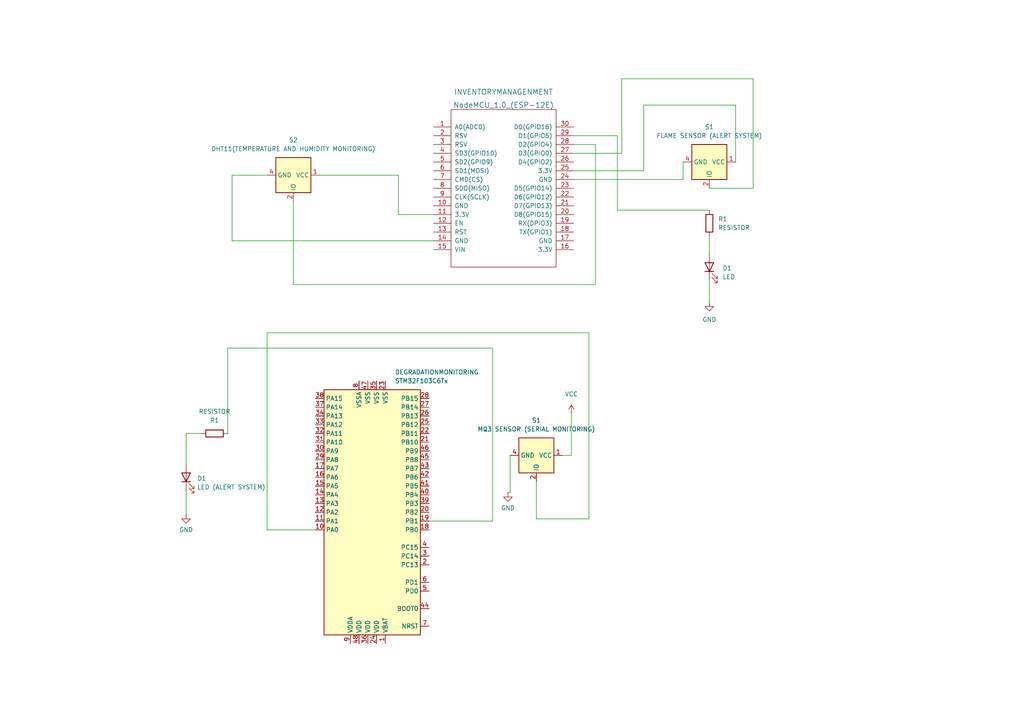
<source format=kicad_sch>
(kicad_sch (version 20211123) (generator eeschema)

  (uuid ea6f78a9-849b-4996-bce8-29261059ea85)

  (paper "A4")

  (lib_symbols
    (symbol "Device:LED" (pin_numbers hide) (pin_names (offset 1.016) hide) (in_bom yes) (on_board yes)
      (property "Reference" "D" (id 0) (at 0 2.54 0)
        (effects (font (size 1.27 1.27)))
      )
      (property "Value" "LED" (id 1) (at 0 -2.54 0)
        (effects (font (size 1.27 1.27)))
      )
      (property "Footprint" "" (id 2) (at 0 0 0)
        (effects (font (size 1.27 1.27)) hide)
      )
      (property "Datasheet" "~" (id 3) (at 0 0 0)
        (effects (font (size 1.27 1.27)) hide)
      )
      (property "ki_keywords" "LED diode" (id 4) (at 0 0 0)
        (effects (font (size 1.27 1.27)) hide)
      )
      (property "ki_description" "Light emitting diode" (id 5) (at 0 0 0)
        (effects (font (size 1.27 1.27)) hide)
      )
      (property "ki_fp_filters" "LED* LED_SMD:* LED_THT:*" (id 6) (at 0 0 0)
        (effects (font (size 1.27 1.27)) hide)
      )
      (symbol "LED_0_1"
        (polyline
          (pts
            (xy -1.27 -1.27)
            (xy -1.27 1.27)
          )
          (stroke (width 0.254) (type default) (color 0 0 0 0))
          (fill (type none))
        )
        (polyline
          (pts
            (xy -1.27 0)
            (xy 1.27 0)
          )
          (stroke (width 0) (type default) (color 0 0 0 0))
          (fill (type none))
        )
        (polyline
          (pts
            (xy 1.27 -1.27)
            (xy 1.27 1.27)
            (xy -1.27 0)
            (xy 1.27 -1.27)
          )
          (stroke (width 0.254) (type default) (color 0 0 0 0))
          (fill (type none))
        )
        (polyline
          (pts
            (xy -3.048 -0.762)
            (xy -4.572 -2.286)
            (xy -3.81 -2.286)
            (xy -4.572 -2.286)
            (xy -4.572 -1.524)
          )
          (stroke (width 0) (type default) (color 0 0 0 0))
          (fill (type none))
        )
        (polyline
          (pts
            (xy -1.778 -0.762)
            (xy -3.302 -2.286)
            (xy -2.54 -2.286)
            (xy -3.302 -2.286)
            (xy -3.302 -1.524)
          )
          (stroke (width 0) (type default) (color 0 0 0 0))
          (fill (type none))
        )
      )
      (symbol "LED_1_1"
        (pin passive line (at -3.81 0 0) (length 2.54)
          (name "K" (effects (font (size 1.27 1.27))))
          (number "1" (effects (font (size 1.27 1.27))))
        )
        (pin passive line (at 3.81 0 180) (length 2.54)
          (name "A" (effects (font (size 1.27 1.27))))
          (number "2" (effects (font (size 1.27 1.27))))
        )
      )
    )
    (symbol "Device:R" (pin_numbers hide) (pin_names (offset 0)) (in_bom yes) (on_board yes)
      (property "Reference" "R" (id 0) (at 2.032 0 90)
        (effects (font (size 1.27 1.27)))
      )
      (property "Value" "R" (id 1) (at 0 0 90)
        (effects (font (size 1.27 1.27)))
      )
      (property "Footprint" "" (id 2) (at -1.778 0 90)
        (effects (font (size 1.27 1.27)) hide)
      )
      (property "Datasheet" "~" (id 3) (at 0 0 0)
        (effects (font (size 1.27 1.27)) hide)
      )
      (property "ki_keywords" "R res resistor" (id 4) (at 0 0 0)
        (effects (font (size 1.27 1.27)) hide)
      )
      (property "ki_description" "Resistor" (id 5) (at 0 0 0)
        (effects (font (size 1.27 1.27)) hide)
      )
      (property "ki_fp_filters" "R_*" (id 6) (at 0 0 0)
        (effects (font (size 1.27 1.27)) hide)
      )
      (symbol "R_0_1"
        (rectangle (start -1.016 -2.54) (end 1.016 2.54)
          (stroke (width 0.254) (type default) (color 0 0 0 0))
          (fill (type none))
        )
      )
      (symbol "R_1_1"
        (pin passive line (at 0 3.81 270) (length 1.27)
          (name "~" (effects (font (size 1.27 1.27))))
          (number "1" (effects (font (size 1.27 1.27))))
        )
        (pin passive line (at 0 -3.81 90) (length 1.27)
          (name "~" (effects (font (size 1.27 1.27))))
          (number "2" (effects (font (size 1.27 1.27))))
        )
      )
    )
    (symbol "ESP8266:NodeMCU_1.0_(ESP-12E)" (pin_names (offset 1.016)) (in_bom yes) (on_board yes)
      (property "Reference" "U" (id 0) (at 0 21.59 0)
        (effects (font (size 1.524 1.524)))
      )
      (property "Value" "NodeMCU_1.0_(ESP-12E)" (id 1) (at 0 -21.59 0)
        (effects (font (size 1.524 1.524)))
      )
      (property "Footprint" "" (id 2) (at -15.24 -21.59 0)
        (effects (font (size 1.524 1.524)))
      )
      (property "Datasheet" "" (id 3) (at -15.24 -21.59 0)
        (effects (font (size 1.524 1.524)))
      )
      (symbol "NodeMCU_1.0_(ESP-12E)_0_1"
        (rectangle (start -15.24 -22.86) (end 15.24 22.86)
          (stroke (width 0) (type default) (color 0 0 0 0))
          (fill (type none))
        )
      )
      (symbol "NodeMCU_1.0_(ESP-12E)_1_1"
        (pin input line (at -20.32 17.78 0) (length 5.08)
          (name "A0(ADC0)" (effects (font (size 1.27 1.27))))
          (number "1" (effects (font (size 1.27 1.27))))
        )
        (pin input line (at -20.32 -5.08 0) (length 5.08)
          (name "GND" (effects (font (size 1.27 1.27))))
          (number "10" (effects (font (size 1.27 1.27))))
        )
        (pin power_out line (at -20.32 -7.62 0) (length 5.08)
          (name "3.3V" (effects (font (size 1.27 1.27))))
          (number "11" (effects (font (size 1.27 1.27))))
        )
        (pin input line (at -20.32 -10.16 0) (length 5.08)
          (name "EN" (effects (font (size 1.27 1.27))))
          (number "12" (effects (font (size 1.27 1.27))))
        )
        (pin input line (at -20.32 -12.7 0) (length 5.08)
          (name "RST" (effects (font (size 1.27 1.27))))
          (number "13" (effects (font (size 1.27 1.27))))
        )
        (pin power_in line (at -20.32 -15.24 0) (length 5.08)
          (name "GND" (effects (font (size 1.27 1.27))))
          (number "14" (effects (font (size 1.27 1.27))))
        )
        (pin power_in line (at -20.32 -17.78 0) (length 5.08)
          (name "VIN" (effects (font (size 1.27 1.27))))
          (number "15" (effects (font (size 1.27 1.27))))
        )
        (pin power_out line (at 20.32 -17.78 180) (length 5.08)
          (name "3.3V" (effects (font (size 1.27 1.27))))
          (number "16" (effects (font (size 1.27 1.27))))
        )
        (pin power_in line (at 20.32 -15.24 180) (length 5.08)
          (name "GND" (effects (font (size 1.27 1.27))))
          (number "17" (effects (font (size 1.27 1.27))))
        )
        (pin bidirectional line (at 20.32 -12.7 180) (length 5.08)
          (name "TX(GPIO1)" (effects (font (size 1.27 1.27))))
          (number "18" (effects (font (size 1.27 1.27))))
        )
        (pin bidirectional line (at 20.32 -10.16 180) (length 5.08)
          (name "RX(DPIO3)" (effects (font (size 1.27 1.27))))
          (number "19" (effects (font (size 1.27 1.27))))
        )
        (pin input line (at -20.32 15.24 0) (length 5.08)
          (name "RSV" (effects (font (size 1.27 1.27))))
          (number "2" (effects (font (size 1.27 1.27))))
        )
        (pin bidirectional line (at 20.32 -7.62 180) (length 5.08)
          (name "D8(GPIO15)" (effects (font (size 1.27 1.27))))
          (number "20" (effects (font (size 1.27 1.27))))
        )
        (pin bidirectional line (at 20.32 -5.08 180) (length 5.08)
          (name "D7(GPIO13)" (effects (font (size 1.27 1.27))))
          (number "21" (effects (font (size 1.27 1.27))))
        )
        (pin bidirectional line (at 20.32 -2.54 180) (length 5.08)
          (name "D6(GPIO12)" (effects (font (size 1.27 1.27))))
          (number "22" (effects (font (size 1.27 1.27))))
        )
        (pin bidirectional line (at 20.32 0 180) (length 5.08)
          (name "D5(GPIO14)" (effects (font (size 1.27 1.27))))
          (number "23" (effects (font (size 1.27 1.27))))
        )
        (pin power_in line (at 20.32 2.54 180) (length 5.08)
          (name "GND" (effects (font (size 1.27 1.27))))
          (number "24" (effects (font (size 1.27 1.27))))
        )
        (pin power_out line (at 20.32 5.08 180) (length 5.08)
          (name "3.3V" (effects (font (size 1.27 1.27))))
          (number "25" (effects (font (size 1.27 1.27))))
        )
        (pin bidirectional line (at 20.32 7.62 180) (length 5.08)
          (name "D4(GPIO2)" (effects (font (size 1.27 1.27))))
          (number "26" (effects (font (size 1.27 1.27))))
        )
        (pin bidirectional line (at 20.32 10.16 180) (length 5.08)
          (name "D3(GPIO0)" (effects (font (size 1.27 1.27))))
          (number "27" (effects (font (size 1.27 1.27))))
        )
        (pin bidirectional line (at 20.32 12.7 180) (length 5.08)
          (name "D2(GPIO4)" (effects (font (size 1.27 1.27))))
          (number "28" (effects (font (size 1.27 1.27))))
        )
        (pin bidirectional line (at 20.32 15.24 180) (length 5.08)
          (name "D1(GPIO5)" (effects (font (size 1.27 1.27))))
          (number "29" (effects (font (size 1.27 1.27))))
        )
        (pin input line (at -20.32 12.7 0) (length 5.08)
          (name "RSV" (effects (font (size 1.27 1.27))))
          (number "3" (effects (font (size 1.27 1.27))))
        )
        (pin bidirectional line (at 20.32 17.78 180) (length 5.08)
          (name "D0(GPIO16)" (effects (font (size 1.27 1.27))))
          (number "30" (effects (font (size 1.27 1.27))))
        )
        (pin bidirectional line (at -20.32 10.16 0) (length 5.08)
          (name "SD3(GPIO10)" (effects (font (size 1.27 1.27))))
          (number "4" (effects (font (size 1.27 1.27))))
        )
        (pin bidirectional line (at -20.32 7.62 0) (length 5.08)
          (name "SD2(GPIO9)" (effects (font (size 1.27 1.27))))
          (number "5" (effects (font (size 1.27 1.27))))
        )
        (pin bidirectional line (at -20.32 5.08 0) (length 5.08)
          (name "SD1(MOSI)" (effects (font (size 1.27 1.27))))
          (number "6" (effects (font (size 1.27 1.27))))
        )
        (pin bidirectional line (at -20.32 2.54 0) (length 5.08)
          (name "CMD(CS)" (effects (font (size 1.27 1.27))))
          (number "7" (effects (font (size 1.27 1.27))))
        )
        (pin bidirectional line (at -20.32 0 0) (length 5.08)
          (name "SDO(MISO)" (effects (font (size 1.27 1.27))))
          (number "8" (effects (font (size 1.27 1.27))))
        )
        (pin bidirectional line (at -20.32 -2.54 0) (length 5.08)
          (name "CLK(SCLK)" (effects (font (size 1.27 1.27))))
          (number "9" (effects (font (size 1.27 1.27))))
        )
      )
    )
    (symbol "MCU_ST_STM32F1:STM32F103C6Tx" (in_bom yes) (on_board yes)
      (property "Reference" "U" (id 0) (at -15.24 36.83 0)
        (effects (font (size 1.27 1.27)) (justify left))
      )
      (property "Value" "STM32F103C6Tx" (id 1) (at 7.62 36.83 0)
        (effects (font (size 1.27 1.27)) (justify left))
      )
      (property "Footprint" "Package_QFP:LQFP-48_7x7mm_P0.5mm" (id 2) (at -15.24 -35.56 0)
        (effects (font (size 1.27 1.27)) (justify right) hide)
      )
      (property "Datasheet" "http://www.st.com/st-web-ui/static/active/en/resource/technical/document/datasheet/CD00210843.pdf" (id 3) (at 0 0 0)
        (effects (font (size 1.27 1.27)) hide)
      )
      (property "ki_keywords" "ARM Cortex-M3 STM32F1 STM32F103" (id 4) (at 0 0 0)
        (effects (font (size 1.27 1.27)) hide)
      )
      (property "ki_description" "ARM Cortex-M3 MCU, 32KB flash, 10KB RAM, 72MHz, 2-3.6V, 37 GPIO, LQFP-48" (id 5) (at 0 0 0)
        (effects (font (size 1.27 1.27)) hide)
      )
      (property "ki_fp_filters" "LQFP*7x7mm*P0.5mm*" (id 6) (at 0 0 0)
        (effects (font (size 1.27 1.27)) hide)
      )
      (symbol "STM32F103C6Tx_0_1"
        (rectangle (start -15.24 -35.56) (end 12.7 35.56)
          (stroke (width 0.254) (type default) (color 0 0 0 0))
          (fill (type background))
        )
      )
      (symbol "STM32F103C6Tx_1_1"
        (pin power_in line (at -5.08 38.1 270) (length 2.54)
          (name "VBAT" (effects (font (size 1.27 1.27))))
          (number "1" (effects (font (size 1.27 1.27))))
        )
        (pin bidirectional line (at 15.24 5.08 180) (length 2.54)
          (name "PA0" (effects (font (size 1.27 1.27))))
          (number "10" (effects (font (size 1.27 1.27))))
        )
        (pin bidirectional line (at 15.24 2.54 180) (length 2.54)
          (name "PA1" (effects (font (size 1.27 1.27))))
          (number "11" (effects (font (size 1.27 1.27))))
        )
        (pin bidirectional line (at 15.24 0 180) (length 2.54)
          (name "PA2" (effects (font (size 1.27 1.27))))
          (number "12" (effects (font (size 1.27 1.27))))
        )
        (pin bidirectional line (at 15.24 -2.54 180) (length 2.54)
          (name "PA3" (effects (font (size 1.27 1.27))))
          (number "13" (effects (font (size 1.27 1.27))))
        )
        (pin bidirectional line (at 15.24 -5.08 180) (length 2.54)
          (name "PA4" (effects (font (size 1.27 1.27))))
          (number "14" (effects (font (size 1.27 1.27))))
        )
        (pin bidirectional line (at 15.24 -7.62 180) (length 2.54)
          (name "PA5" (effects (font (size 1.27 1.27))))
          (number "15" (effects (font (size 1.27 1.27))))
        )
        (pin bidirectional line (at 15.24 -10.16 180) (length 2.54)
          (name "PA6" (effects (font (size 1.27 1.27))))
          (number "16" (effects (font (size 1.27 1.27))))
        )
        (pin bidirectional line (at 15.24 -12.7 180) (length 2.54)
          (name "PA7" (effects (font (size 1.27 1.27))))
          (number "17" (effects (font (size 1.27 1.27))))
        )
        (pin bidirectional line (at -17.78 5.08 0) (length 2.54)
          (name "PB0" (effects (font (size 1.27 1.27))))
          (number "18" (effects (font (size 1.27 1.27))))
        )
        (pin bidirectional line (at -17.78 2.54 0) (length 2.54)
          (name "PB1" (effects (font (size 1.27 1.27))))
          (number "19" (effects (font (size 1.27 1.27))))
        )
        (pin bidirectional line (at -17.78 15.24 0) (length 2.54)
          (name "PC13" (effects (font (size 1.27 1.27))))
          (number "2" (effects (font (size 1.27 1.27))))
        )
        (pin bidirectional line (at -17.78 0 0) (length 2.54)
          (name "PB2" (effects (font (size 1.27 1.27))))
          (number "20" (effects (font (size 1.27 1.27))))
        )
        (pin bidirectional line (at -17.78 -20.32 0) (length 2.54)
          (name "PB10" (effects (font (size 1.27 1.27))))
          (number "21" (effects (font (size 1.27 1.27))))
        )
        (pin bidirectional line (at -17.78 -22.86 0) (length 2.54)
          (name "PB11" (effects (font (size 1.27 1.27))))
          (number "22" (effects (font (size 1.27 1.27))))
        )
        (pin power_in line (at -5.08 -38.1 90) (length 2.54)
          (name "VSS" (effects (font (size 1.27 1.27))))
          (number "23" (effects (font (size 1.27 1.27))))
        )
        (pin power_in line (at -2.54 38.1 270) (length 2.54)
          (name "VDD" (effects (font (size 1.27 1.27))))
          (number "24" (effects (font (size 1.27 1.27))))
        )
        (pin bidirectional line (at -17.78 -25.4 0) (length 2.54)
          (name "PB12" (effects (font (size 1.27 1.27))))
          (number "25" (effects (font (size 1.27 1.27))))
        )
        (pin bidirectional line (at -17.78 -27.94 0) (length 2.54)
          (name "PB13" (effects (font (size 1.27 1.27))))
          (number "26" (effects (font (size 1.27 1.27))))
        )
        (pin bidirectional line (at -17.78 -30.48 0) (length 2.54)
          (name "PB14" (effects (font (size 1.27 1.27))))
          (number "27" (effects (font (size 1.27 1.27))))
        )
        (pin bidirectional line (at -17.78 -33.02 0) (length 2.54)
          (name "PB15" (effects (font (size 1.27 1.27))))
          (number "28" (effects (font (size 1.27 1.27))))
        )
        (pin bidirectional line (at 15.24 -15.24 180) (length 2.54)
          (name "PA8" (effects (font (size 1.27 1.27))))
          (number "29" (effects (font (size 1.27 1.27))))
        )
        (pin bidirectional line (at -17.78 12.7 0) (length 2.54)
          (name "PC14" (effects (font (size 1.27 1.27))))
          (number "3" (effects (font (size 1.27 1.27))))
        )
        (pin bidirectional line (at 15.24 -17.78 180) (length 2.54)
          (name "PA9" (effects (font (size 1.27 1.27))))
          (number "30" (effects (font (size 1.27 1.27))))
        )
        (pin bidirectional line (at 15.24 -20.32 180) (length 2.54)
          (name "PA10" (effects (font (size 1.27 1.27))))
          (number "31" (effects (font (size 1.27 1.27))))
        )
        (pin bidirectional line (at 15.24 -22.86 180) (length 2.54)
          (name "PA11" (effects (font (size 1.27 1.27))))
          (number "32" (effects (font (size 1.27 1.27))))
        )
        (pin bidirectional line (at 15.24 -25.4 180) (length 2.54)
          (name "PA12" (effects (font (size 1.27 1.27))))
          (number "33" (effects (font (size 1.27 1.27))))
        )
        (pin bidirectional line (at 15.24 -27.94 180) (length 2.54)
          (name "PA13" (effects (font (size 1.27 1.27))))
          (number "34" (effects (font (size 1.27 1.27))))
        )
        (pin power_in line (at -2.54 -38.1 90) (length 2.54)
          (name "VSS" (effects (font (size 1.27 1.27))))
          (number "35" (effects (font (size 1.27 1.27))))
        )
        (pin power_in line (at 0 38.1 270) (length 2.54)
          (name "VDD" (effects (font (size 1.27 1.27))))
          (number "36" (effects (font (size 1.27 1.27))))
        )
        (pin bidirectional line (at 15.24 -30.48 180) (length 2.54)
          (name "PA14" (effects (font (size 1.27 1.27))))
          (number "37" (effects (font (size 1.27 1.27))))
        )
        (pin bidirectional line (at 15.24 -33.02 180) (length 2.54)
          (name "PA15" (effects (font (size 1.27 1.27))))
          (number "38" (effects (font (size 1.27 1.27))))
        )
        (pin bidirectional line (at -17.78 -2.54 0) (length 2.54)
          (name "PB3" (effects (font (size 1.27 1.27))))
          (number "39" (effects (font (size 1.27 1.27))))
        )
        (pin bidirectional line (at -17.78 10.16 0) (length 2.54)
          (name "PC15" (effects (font (size 1.27 1.27))))
          (number "4" (effects (font (size 1.27 1.27))))
        )
        (pin bidirectional line (at -17.78 -5.08 0) (length 2.54)
          (name "PB4" (effects (font (size 1.27 1.27))))
          (number "40" (effects (font (size 1.27 1.27))))
        )
        (pin bidirectional line (at -17.78 -7.62 0) (length 2.54)
          (name "PB5" (effects (font (size 1.27 1.27))))
          (number "41" (effects (font (size 1.27 1.27))))
        )
        (pin bidirectional line (at -17.78 -10.16 0) (length 2.54)
          (name "PB6" (effects (font (size 1.27 1.27))))
          (number "42" (effects (font (size 1.27 1.27))))
        )
        (pin bidirectional line (at -17.78 -12.7 0) (length 2.54)
          (name "PB7" (effects (font (size 1.27 1.27))))
          (number "43" (effects (font (size 1.27 1.27))))
        )
        (pin input line (at -17.78 27.94 0) (length 2.54)
          (name "BOOT0" (effects (font (size 1.27 1.27))))
          (number "44" (effects (font (size 1.27 1.27))))
        )
        (pin bidirectional line (at -17.78 -15.24 0) (length 2.54)
          (name "PB8" (effects (font (size 1.27 1.27))))
          (number "45" (effects (font (size 1.27 1.27))))
        )
        (pin bidirectional line (at -17.78 -17.78 0) (length 2.54)
          (name "PB9" (effects (font (size 1.27 1.27))))
          (number "46" (effects (font (size 1.27 1.27))))
        )
        (pin power_in line (at 0 -38.1 90) (length 2.54)
          (name "VSS" (effects (font (size 1.27 1.27))))
          (number "47" (effects (font (size 1.27 1.27))))
        )
        (pin power_in line (at 2.54 38.1 270) (length 2.54)
          (name "VDD" (effects (font (size 1.27 1.27))))
          (number "48" (effects (font (size 1.27 1.27))))
        )
        (pin input line (at -17.78 22.86 0) (length 2.54)
          (name "PD0" (effects (font (size 1.27 1.27))))
          (number "5" (effects (font (size 1.27 1.27))))
        )
        (pin input line (at -17.78 20.32 0) (length 2.54)
          (name "PD1" (effects (font (size 1.27 1.27))))
          (number "6" (effects (font (size 1.27 1.27))))
        )
        (pin input line (at -17.78 33.02 0) (length 2.54)
          (name "NRST" (effects (font (size 1.27 1.27))))
          (number "7" (effects (font (size 1.27 1.27))))
        )
        (pin power_in line (at 2.54 -38.1 90) (length 2.54)
          (name "VSSA" (effects (font (size 1.27 1.27))))
          (number "8" (effects (font (size 1.27 1.27))))
        )
        (pin power_in line (at 5.08 38.1 270) (length 2.54)
          (name "VDDA" (effects (font (size 1.27 1.27))))
          (number "9" (effects (font (size 1.27 1.27))))
        )
      )
    )
    (symbol "Sensor:DHT11" (in_bom yes) (on_board yes)
      (property "Reference" "U" (id 0) (at -3.81 6.35 0)
        (effects (font (size 1.27 1.27)))
      )
      (property "Value" "DHT11" (id 1) (at 3.81 6.35 0)
        (effects (font (size 1.27 1.27)))
      )
      (property "Footprint" "Sensor:Aosong_DHT11_5.5x12.0_P2.54mm" (id 2) (at 0 -10.16 0)
        (effects (font (size 1.27 1.27)) hide)
      )
      (property "Datasheet" "http://akizukidenshi.com/download/ds/aosong/DHT11.pdf" (id 3) (at 3.81 6.35 0)
        (effects (font (size 1.27 1.27)) hide)
      )
      (property "ki_keywords" "Digital temperature humidity sensor" (id 4) (at 0 0 0)
        (effects (font (size 1.27 1.27)) hide)
      )
      (property "ki_description" "Temperature and humidity module" (id 5) (at 0 0 0)
        (effects (font (size 1.27 1.27)) hide)
      )
      (property "ki_fp_filters" "Aosong*DHT11*5.5x12.0*P2.54mm*" (id 6) (at 0 0 0)
        (effects (font (size 1.27 1.27)) hide)
      )
      (symbol "DHT11_0_1"
        (rectangle (start -5.08 5.08) (end 5.08 -5.08)
          (stroke (width 0.254) (type default) (color 0 0 0 0))
          (fill (type background))
        )
      )
      (symbol "DHT11_1_1"
        (pin power_in line (at 0 7.62 270) (length 2.54)
          (name "VCC" (effects (font (size 1.27 1.27))))
          (number "1" (effects (font (size 1.27 1.27))))
        )
        (pin bidirectional line (at 7.62 0 180) (length 2.54)
          (name "IO" (effects (font (size 1.27 1.27))))
          (number "2" (effects (font (size 1.27 1.27))))
        )
        (pin no_connect line (at -5.08 0 0) (length 2.54) hide
          (name "NC" (effects (font (size 1.27 1.27))))
          (number "3" (effects (font (size 1.27 1.27))))
        )
        (pin power_in line (at 0 -7.62 90) (length 2.54)
          (name "GND" (effects (font (size 1.27 1.27))))
          (number "4" (effects (font (size 1.27 1.27))))
        )
      )
    )
    (symbol "power:GND" (power) (pin_names (offset 0)) (in_bom yes) (on_board yes)
      (property "Reference" "#PWR" (id 0) (at 0 -6.35 0)
        (effects (font (size 1.27 1.27)) hide)
      )
      (property "Value" "GND" (id 1) (at 0 -3.81 0)
        (effects (font (size 1.27 1.27)))
      )
      (property "Footprint" "" (id 2) (at 0 0 0)
        (effects (font (size 1.27 1.27)) hide)
      )
      (property "Datasheet" "" (id 3) (at 0 0 0)
        (effects (font (size 1.27 1.27)) hide)
      )
      (property "ki_keywords" "power-flag" (id 4) (at 0 0 0)
        (effects (font (size 1.27 1.27)) hide)
      )
      (property "ki_description" "Power symbol creates a global label with name \"GND\" , ground" (id 5) (at 0 0 0)
        (effects (font (size 1.27 1.27)) hide)
      )
      (symbol "GND_0_1"
        (polyline
          (pts
            (xy 0 0)
            (xy 0 -1.27)
            (xy 1.27 -1.27)
            (xy 0 -2.54)
            (xy -1.27 -1.27)
            (xy 0 -1.27)
          )
          (stroke (width 0) (type default) (color 0 0 0 0))
          (fill (type none))
        )
      )
      (symbol "GND_1_1"
        (pin power_in line (at 0 0 270) (length 0) hide
          (name "GND" (effects (font (size 1.27 1.27))))
          (number "1" (effects (font (size 1.27 1.27))))
        )
      )
    )
    (symbol "power:VCC" (power) (pin_names (offset 0)) (in_bom yes) (on_board yes)
      (property "Reference" "#PWR" (id 0) (at 0 -3.81 0)
        (effects (font (size 1.27 1.27)) hide)
      )
      (property "Value" "VCC" (id 1) (at 0 3.81 0)
        (effects (font (size 1.27 1.27)))
      )
      (property "Footprint" "" (id 2) (at 0 0 0)
        (effects (font (size 1.27 1.27)) hide)
      )
      (property "Datasheet" "" (id 3) (at 0 0 0)
        (effects (font (size 1.27 1.27)) hide)
      )
      (property "ki_keywords" "power-flag" (id 4) (at 0 0 0)
        (effects (font (size 1.27 1.27)) hide)
      )
      (property "ki_description" "Power symbol creates a global label with name \"VCC\"" (id 5) (at 0 0 0)
        (effects (font (size 1.27 1.27)) hide)
      )
      (symbol "VCC_0_1"
        (polyline
          (pts
            (xy -0.762 1.27)
            (xy 0 2.54)
          )
          (stroke (width 0) (type default) (color 0 0 0 0))
          (fill (type none))
        )
        (polyline
          (pts
            (xy 0 0)
            (xy 0 2.54)
          )
          (stroke (width 0) (type default) (color 0 0 0 0))
          (fill (type none))
        )
        (polyline
          (pts
            (xy 0 2.54)
            (xy 0.762 1.27)
          )
          (stroke (width 0) (type default) (color 0 0 0 0))
          (fill (type none))
        )
      )
      (symbol "VCC_1_1"
        (pin power_in line (at 0 0 90) (length 0) hide
          (name "VCC" (effects (font (size 1.27 1.27))))
          (number "1" (effects (font (size 1.27 1.27))))
        )
      )
    )
  )


  (wire (pts (xy 170.815 150.495) (xy 170.815 96.52))
    (stroke (width 0) (type default) (color 0 0 0 0))
    (uuid 00b2f7f3-7a37-454c-a40a-f5855ba5ad06)
  )
  (wire (pts (xy 115.57 50.8) (xy 115.57 62.23))
    (stroke (width 0) (type default) (color 0 0 0 0))
    (uuid 0cdd096f-b5aa-4acd-99e8-7959dca7d047)
  )
  (wire (pts (xy 77.47 50.8) (xy 67.31 50.8))
    (stroke (width 0) (type default) (color 0 0 0 0))
    (uuid 150a7a49-32e5-4a06-b4c0-4bbfadea1abb)
  )
  (wire (pts (xy 53.975 134.62) (xy 53.975 125.73))
    (stroke (width 0) (type default) (color 0 0 0 0))
    (uuid 2200bb3e-e2d9-4e01-9fe4-0be894ca84f0)
  )
  (wire (pts (xy 205.74 81.28) (xy 205.74 87.63))
    (stroke (width 0) (type default) (color 0 0 0 0))
    (uuid 2926e03c-c2d7-40f5-9dd9-360778e21703)
  )
  (wire (pts (xy 53.975 125.73) (xy 58.42 125.73))
    (stroke (width 0) (type default) (color 0 0 0 0))
    (uuid 2a278669-a14e-4d97-8cec-8ecc70772c61)
  )
  (wire (pts (xy 67.31 69.85) (xy 125.73 69.85))
    (stroke (width 0) (type default) (color 0 0 0 0))
    (uuid 41f8e537-d7cd-46a1-bcb1-6208a6b5126d)
  )
  (wire (pts (xy 218.44 22.86) (xy 218.44 54.61))
    (stroke (width 0) (type default) (color 0 0 0 0))
    (uuid 4707a048-2f6f-4344-8fb5-fd6ff571466f)
  )
  (wire (pts (xy 142.875 100.965) (xy 66.04 100.965))
    (stroke (width 0) (type default) (color 0 0 0 0))
    (uuid 4da349ea-2154-4606-ae33-6b2c51bfcc6c)
  )
  (wire (pts (xy 180.34 22.86) (xy 218.44 22.86))
    (stroke (width 0) (type default) (color 0 0 0 0))
    (uuid 535cdbc7-3261-4c15-b567-90fe2a3baac1)
  )
  (wire (pts (xy 124.46 151.13) (xy 142.875 151.13))
    (stroke (width 0) (type default) (color 0 0 0 0))
    (uuid 5fc38999-a732-40fd-ab16-460ed6c25a27)
  )
  (wire (pts (xy 172.72 82.55) (xy 85.09 82.55))
    (stroke (width 0) (type default) (color 0 0 0 0))
    (uuid 6c7af04a-ec4a-4d51-9029-a6e3609b9840)
  )
  (wire (pts (xy 147.955 132.08) (xy 147.955 142.875))
    (stroke (width 0) (type default) (color 0 0 0 0))
    (uuid 6cb69484-b6c9-4f3d-9053-d53bda17366b)
  )
  (wire (pts (xy 92.71 50.8) (xy 115.57 50.8))
    (stroke (width 0) (type default) (color 0 0 0 0))
    (uuid 6d64d57c-d515-49d9-b690-3382ba814670)
  )
  (wire (pts (xy 155.575 150.495) (xy 170.815 150.495))
    (stroke (width 0) (type default) (color 0 0 0 0))
    (uuid 6db91f00-55ce-4263-8951-b83211dff2ce)
  )
  (wire (pts (xy 166.37 44.45) (xy 180.34 44.45))
    (stroke (width 0) (type default) (color 0 0 0 0))
    (uuid 711c583b-050b-473a-a536-00367745543e)
  )
  (wire (pts (xy 205.74 68.58) (xy 205.74 73.66))
    (stroke (width 0) (type default) (color 0 0 0 0))
    (uuid 761b7230-ac3c-4968-a44d-59ffc166f331)
  )
  (wire (pts (xy 77.47 96.52) (xy 77.47 153.67))
    (stroke (width 0) (type default) (color 0 0 0 0))
    (uuid 7a305ad1-8353-4ac5-9bde-0c5d0b073499)
  )
  (wire (pts (xy 170.815 96.52) (xy 77.47 96.52))
    (stroke (width 0) (type default) (color 0 0 0 0))
    (uuid 7a8edaf4-899c-4e3d-ac3e-808c66279eb9)
  )
  (wire (pts (xy 165.735 132.08) (xy 165.735 120.015))
    (stroke (width 0) (type default) (color 0 0 0 0))
    (uuid 7d741c70-c790-4b96-b791-07154643f101)
  )
  (wire (pts (xy 85.09 82.55) (xy 85.09 58.42))
    (stroke (width 0) (type default) (color 0 0 0 0))
    (uuid 85080175-7fde-4bd5-913e-55dd15021b3a)
  )
  (wire (pts (xy 186.69 30.48) (xy 213.36 30.48))
    (stroke (width 0) (type default) (color 0 0 0 0))
    (uuid 87284276-48df-4565-8b04-9113d0394c18)
  )
  (wire (pts (xy 180.34 44.45) (xy 180.34 22.86))
    (stroke (width 0) (type default) (color 0 0 0 0))
    (uuid 891630b1-f732-4ddb-b16b-fbe3ca98747c)
  )
  (wire (pts (xy 67.31 50.8) (xy 67.31 69.85))
    (stroke (width 0) (type default) (color 0 0 0 0))
    (uuid 8a05a976-69ba-46dc-944d-9a2776e15216)
  )
  (wire (pts (xy 166.37 52.07) (xy 198.12 52.07))
    (stroke (width 0) (type default) (color 0 0 0 0))
    (uuid 8e57f1a1-c295-45fc-b352-e5ebaca337a1)
  )
  (wire (pts (xy 147.955 142.875) (xy 147.32 142.875))
    (stroke (width 0) (type default) (color 0 0 0 0))
    (uuid 9139a773-3c70-4226-8ca7-fc7cd9e97414)
  )
  (wire (pts (xy 218.44 54.61) (xy 205.74 54.61))
    (stroke (width 0) (type default) (color 0 0 0 0))
    (uuid 9fc3a256-8074-496b-b206-7942634de039)
  )
  (wire (pts (xy 172.72 41.91) (xy 172.72 82.55))
    (stroke (width 0) (type default) (color 0 0 0 0))
    (uuid ae799e66-fcb5-4866-9504-01d8ef9b2102)
  )
  (wire (pts (xy 77.47 153.67) (xy 91.44 153.67))
    (stroke (width 0) (type default) (color 0 0 0 0))
    (uuid ae941fe0-6589-4229-b6bc-c66a3118f81e)
  )
  (wire (pts (xy 163.195 132.08) (xy 165.735 132.08))
    (stroke (width 0) (type default) (color 0 0 0 0))
    (uuid ae9994b1-749b-45cc-9cd4-5a9cd56dfa9e)
  )
  (wire (pts (xy 198.12 46.99) (xy 198.12 52.07))
    (stroke (width 0) (type default) (color 0 0 0 0))
    (uuid af1b54c4-f52a-4bfd-98e9-f0141120feb2)
  )
  (wire (pts (xy 53.975 142.24) (xy 53.975 149.225))
    (stroke (width 0) (type default) (color 0 0 0 0))
    (uuid b265d6f9-1698-4f8f-a5b9-2c31ffbbbce6)
  )
  (wire (pts (xy 186.69 49.53) (xy 186.69 30.48))
    (stroke (width 0) (type default) (color 0 0 0 0))
    (uuid bb1a3e94-dfad-4e21-a9a8-8b1dc1e04fd0)
  )
  (wire (pts (xy 179.07 39.37) (xy 179.07 60.96))
    (stroke (width 0) (type default) (color 0 0 0 0))
    (uuid c07c97b6-d311-495c-9f6e-231b2451a37b)
  )
  (wire (pts (xy 213.36 30.48) (xy 213.36 46.99))
    (stroke (width 0) (type default) (color 0 0 0 0))
    (uuid c0fba9b2-f5b6-4b1c-ae00-a00e73d3f3d4)
  )
  (wire (pts (xy 166.37 39.37) (xy 179.07 39.37))
    (stroke (width 0) (type default) (color 0 0 0 0))
    (uuid c51baef7-3655-4e2d-9861-e5d8558d229f)
  )
  (wire (pts (xy 155.575 139.7) (xy 155.575 150.495))
    (stroke (width 0) (type default) (color 0 0 0 0))
    (uuid d3286918-9c24-4e19-861a-5a8e7173beba)
  )
  (wire (pts (xy 115.57 62.23) (xy 125.73 62.23))
    (stroke (width 0) (type default) (color 0 0 0 0))
    (uuid d8e6b2b3-bdae-480f-8d0f-2a8993a0ea91)
  )
  (wire (pts (xy 142.875 151.13) (xy 142.875 100.965))
    (stroke (width 0) (type default) (color 0 0 0 0))
    (uuid d9450b9a-1b59-461d-bd15-968ce68e2f35)
  )
  (wire (pts (xy 166.37 41.91) (xy 172.72 41.91))
    (stroke (width 0) (type default) (color 0 0 0 0))
    (uuid df8b709c-0144-4ce0-8216-2ef9ce5e13fc)
  )
  (wire (pts (xy 179.07 60.96) (xy 205.74 60.96))
    (stroke (width 0) (type default) (color 0 0 0 0))
    (uuid e569fe94-448d-41e5-a81e-638cb537f358)
  )
  (wire (pts (xy 66.04 100.965) (xy 66.04 125.73))
    (stroke (width 0) (type default) (color 0 0 0 0))
    (uuid f3ef8b6d-d53f-4e6f-91e4-6e132c0cede3)
  )
  (wire (pts (xy 166.37 49.53) (xy 186.69 49.53))
    (stroke (width 0) (type default) (color 0 0 0 0))
    (uuid ff60f31e-df24-4ced-85c7-e2b95f14a58c)
  )

  (symbol (lib_id "ESP8266:NodeMCU_1.0_(ESP-12E)") (at 146.05 54.61 0) (unit 1)
    (in_bom yes) (on_board yes) (fields_autoplaced)
    (uuid 09b83aec-7c76-429e-9122-d0fd65c0eb61)
    (property "Reference" "INVENTORYMANAGENMENT" (id 0) (at 146.05 26.67 0)
      (effects (font (size 1.524 1.524)))
    )
    (property "Value" "NodeMCU_1.0_(ESP-12E)" (id 1) (at 146.05 30.48 0)
      (effects (font (size 1.524 1.524)))
    )
    (property "Footprint" "" (id 2) (at 130.81 76.2 0)
      (effects (font (size 1.524 1.524)))
    )
    (property "Datasheet" "" (id 3) (at 130.81 76.2 0)
      (effects (font (size 1.524 1.524)))
    )
    (pin "1" (uuid 19116043-032e-46fc-bf3d-0a75e62e3a2d))
    (pin "10" (uuid 313cfc35-bd72-4842-b1c5-cb3e671a451c))
    (pin "11" (uuid 4eac881d-e118-438c-9211-d2e23bf61aca))
    (pin "12" (uuid 1d34a031-ef2f-4784-8a4d-b09e08a72dd5))
    (pin "13" (uuid b4d22a8f-c081-42e0-87be-a4c6d75350a5))
    (pin "14" (uuid 164db535-6e44-4c40-aedc-0a34862bdc5d))
    (pin "15" (uuid 08758e5b-b39d-422d-ab3f-40ae3ae48996))
    (pin "16" (uuid febdd2d2-9698-4c7b-90d6-b67421a27764))
    (pin "17" (uuid 9ced4128-ea75-405b-830a-2ff4b0f099bd))
    (pin "18" (uuid cd9089ef-8cfc-4246-819a-4e5e19dd74de))
    (pin "19" (uuid dbbbe295-53ba-47c7-94be-99ab2f8f68f7))
    (pin "2" (uuid df08d4fd-cc80-4319-837c-6f7528ed47e8))
    (pin "20" (uuid 666ebcf0-c2a1-4e64-ace4-51f5e9389620))
    (pin "21" (uuid a605d620-45d2-4eba-9a5c-4281ce555d18))
    (pin "22" (uuid bcc27626-8367-46f1-a727-3d79d4630abf))
    (pin "23" (uuid 8e365cda-701e-46ca-aefe-e83da437b5da))
    (pin "24" (uuid 84471e69-0966-4fc0-8771-234eb6d46cb1))
    (pin "25" (uuid fd512a7e-8a70-4219-ad2b-1949ce5ebace))
    (pin "26" (uuid 68d94d1f-cced-4477-8153-bfc745c610d6))
    (pin "27" (uuid 1252086c-8f6e-47a1-8083-0581e58f5a9e))
    (pin "28" (uuid a711e665-685f-446e-a396-920784344b89))
    (pin "29" (uuid b36bb57c-47e1-471d-8668-c46673649420))
    (pin "3" (uuid e370abc2-6b02-4c00-8223-2e49de57ec9a))
    (pin "30" (uuid 05aac0a6-2a2a-4026-88d1-635a596af2b4))
    (pin "4" (uuid 9f914eb0-db57-400b-bd7c-5157bee6e3a0))
    (pin "5" (uuid cdf82bb2-986f-4fc4-87ed-c4a839e3dd79))
    (pin "6" (uuid d10b689f-36ad-474d-bb1f-d3eb586b0a37))
    (pin "7" (uuid d92a7587-5e83-41a6-929a-7aae45bab817))
    (pin "8" (uuid 97007fe4-c187-4f2c-a2de-95d96a46aacf))
    (pin "9" (uuid a4e620ec-ca4c-4a83-8337-568d748b833d))
  )

  (symbol (lib_id "power:GND") (at 205.74 87.63 0) (unit 1)
    (in_bom yes) (on_board yes) (fields_autoplaced)
    (uuid 0e360c54-dedc-40b9-9912-b6bc0095ff3e)
    (property "Reference" "#PWR?" (id 0) (at 205.74 93.98 0)
      (effects (font (size 1.27 1.27)) hide)
    )
    (property "Value" "GND" (id 1) (at 205.74 92.71 0))
    (property "Footprint" "" (id 2) (at 205.74 87.63 0)
      (effects (font (size 1.27 1.27)) hide)
    )
    (property "Datasheet" "" (id 3) (at 205.74 87.63 0)
      (effects (font (size 1.27 1.27)) hide)
    )
    (pin "1" (uuid 2a63e054-6c04-4201-874d-61ea3eeff2a5))
  )

  (symbol (lib_id "Sensor:DHT11") (at 205.74 46.99 270) (unit 1)
    (in_bom yes) (on_board yes) (fields_autoplaced)
    (uuid 3044d767-f3a1-4abe-a9b4-4d5d05bbd719)
    (property "Reference" "S1" (id 0) (at 205.74 36.83 90))
    (property "Value" "FLAME SENSOR (ALERT SYSTEM)" (id 1) (at 205.74 39.37 90))
    (property "Footprint" "Sensor:Aosong_DHT11_5.5x12.0_P2.54mm" (id 2) (at 195.58 46.99 0)
      (effects (font (size 1.27 1.27)) hide)
    )
    (property "Datasheet" "http://akizukidenshi.com/download/ds/aosong/DHT11.pdf" (id 3) (at 212.09 50.8 0)
      (effects (font (size 1.27 1.27)) hide)
    )
    (pin "1" (uuid debac4f2-8841-4cb2-96b2-b2af6a6ac5ee))
    (pin "2" (uuid 7c43a76e-e421-4909-a211-c60287c7878a))
    (pin "3" (uuid b7a503ca-1770-4165-9794-cee109d3d2cb))
    (pin "4" (uuid 39b8321c-adfd-408f-8a5c-ed60cdc663fe))
  )

  (symbol (lib_id "Sensor:DHT11") (at 155.575 132.08 270) (unit 1)
    (in_bom yes) (on_board yes) (fields_autoplaced)
    (uuid 464de4ba-912f-491d-b674-6b7f54afbae9)
    (property "Reference" "S1" (id 0) (at 155.575 121.92 90))
    (property "Value" "MQ3 SENSOR (SERIAL MONITORING)" (id 1) (at 155.575 124.46 90))
    (property "Footprint" "Sensor:Aosong_DHT11_5.5x12.0_P2.54mm" (id 2) (at 145.415 132.08 0)
      (effects (font (size 1.27 1.27)) hide)
    )
    (property "Datasheet" "http://akizukidenshi.com/download/ds/aosong/DHT11.pdf" (id 3) (at 161.925 135.89 0)
      (effects (font (size 1.27 1.27)) hide)
    )
    (pin "1" (uuid 20f038d7-37d3-47c5-8e04-7c812d05b314))
    (pin "2" (uuid 5598b6ea-7a3e-48aa-a9b2-78a41ecf86a7))
    (pin "3" (uuid aa10f9a3-0e56-4eae-bd76-5185b8f70297))
    (pin "4" (uuid e3d30214-0a79-4eae-9c2f-4520987d2e74))
  )

  (symbol (lib_id "Device:LED") (at 53.975 138.43 90) (unit 1)
    (in_bom yes) (on_board yes) (fields_autoplaced)
    (uuid 496e41cf-1d74-4a40-bbb3-4ffe4c912d76)
    (property "Reference" "D1" (id 0) (at 57.15 138.7474 90)
      (effects (font (size 1.27 1.27)) (justify right))
    )
    (property "Value" "LED (ALERT SYSTEM)" (id 1) (at 57.15 141.2874 90)
      (effects (font (size 1.27 1.27)) (justify right))
    )
    (property "Footprint" "" (id 2) (at 53.975 138.43 0)
      (effects (font (size 1.27 1.27)) hide)
    )
    (property "Datasheet" "~" (id 3) (at 53.975 138.43 0)
      (effects (font (size 1.27 1.27)) hide)
    )
    (pin "1" (uuid 269503aa-af00-4e0f-827c-9cb756ed5bbe))
    (pin "2" (uuid 5ee37938-8d69-4e31-bc2c-9f03aa459fbc))
  )

  (symbol (lib_id "Device:LED") (at 205.74 77.47 90) (unit 1)
    (in_bom yes) (on_board yes) (fields_autoplaced)
    (uuid 578f6129-a13f-4320-8435-80c671693b9a)
    (property "Reference" "D1" (id 0) (at 209.55 77.7874 90)
      (effects (font (size 1.27 1.27)) (justify right))
    )
    (property "Value" "LED" (id 1) (at 209.55 80.3274 90)
      (effects (font (size 1.27 1.27)) (justify right))
    )
    (property "Footprint" "" (id 2) (at 205.74 77.47 0)
      (effects (font (size 1.27 1.27)) hide)
    )
    (property "Datasheet" "~" (id 3) (at 205.74 77.47 0)
      (effects (font (size 1.27 1.27)) hide)
    )
    (pin "1" (uuid 4449caff-766d-4551-a31d-aee537143282))
    (pin "2" (uuid 68dedfbf-49c1-4de5-aa5e-def686f053c9))
  )

  (symbol (lib_id "Device:R") (at 62.23 125.73 90) (unit 1)
    (in_bom yes) (on_board yes) (fields_autoplaced)
    (uuid 5a874eb7-2f33-4c2d-8577-71f89139a24b)
    (property "Reference" "RESISTOR" (id 0) (at 62.23 119.38 90))
    (property "Value" "R1" (id 1) (at 62.23 121.92 90))
    (property "Footprint" "" (id 2) (at 62.23 127.508 90)
      (effects (font (size 1.27 1.27)) hide)
    )
    (property "Datasheet" "~" (id 3) (at 62.23 125.73 0)
      (effects (font (size 1.27 1.27)) hide)
    )
    (pin "1" (uuid 336f5818-edd0-46f4-bcac-308e06d0f88f))
    (pin "2" (uuid 5b7c6474-bed8-42f6-9b96-5f1edb7ef079))
  )

  (symbol (lib_id "MCU_ST_STM32F1:STM32F103C6Tx") (at 106.68 148.59 180) (unit 1)
    (in_bom yes) (on_board yes) (fields_autoplaced)
    (uuid 6b178678-d32f-40e9-b74e-7d0c0e94f703)
    (property "Reference" "DEGRADATIONMONITORING" (id 0) (at 114.5287 107.95 0)
      (effects (font (size 1.27 1.27)) (justify right))
    )
    (property "Value" "STM32F103C6Tx" (id 1) (at 114.5287 110.49 0)
      (effects (font (size 1.27 1.27)) (justify right))
    )
    (property "Footprint" "Package_QFP:LQFP-48_7x7mm_P0.5mm" (id 2) (at 121.92 113.03 0)
      (effects (font (size 1.27 1.27)) (justify right) hide)
    )
    (property "Datasheet" "http://www.st.com/st-web-ui/static/active/en/resource/technical/document/datasheet/CD00210843.pdf" (id 3) (at 106.68 148.59 0)
      (effects (font (size 1.27 1.27)) hide)
    )
    (pin "1" (uuid 6cfd9933-8dc6-4ea3-adec-68b4dea1a5c1))
    (pin "10" (uuid 959a6188-a1c9-40b7-b539-394619094977))
    (pin "11" (uuid a300caa9-8fef-4642-98af-13ab241bc10c))
    (pin "12" (uuid 7fcc4033-9e72-4ae3-b593-b23b7628646e))
    (pin "13" (uuid 98cba7bf-afd5-4c98-bc46-f0cd4a5c58bd))
    (pin "14" (uuid 4dab14e7-4887-4d52-ac16-2939f70b9410))
    (pin "15" (uuid 20fc0075-188e-4ef2-bc13-c146ff5dfd5e))
    (pin "16" (uuid 0f9f87d3-e2ca-4854-8e14-89d8811e98d3))
    (pin "17" (uuid 2c3e7b4c-007f-408d-a6c9-7efd8d4530b3))
    (pin "18" (uuid 286cb61d-88f3-4722-8bc8-37e85e84afac))
    (pin "19" (uuid 87b2c01f-60c6-49f5-8e4e-87dd754725e2))
    (pin "2" (uuid 68f68716-3705-4873-921b-5608e287150c))
    (pin "20" (uuid 929b34d9-c715-47d4-b56c-fa4882a62277))
    (pin "21" (uuid b489cfce-782f-4dd0-8cd3-3367d5034cbf))
    (pin "22" (uuid 94660e24-2a87-4f82-ae30-1ce3c45f68fe))
    (pin "23" (uuid 804fe9a0-efe4-444d-bd07-b8150b82775d))
    (pin "24" (uuid e4680df7-e154-4a22-b8bb-42042125573c))
    (pin "25" (uuid 703deeb6-f886-445b-8c64-ae03d8c4631c))
    (pin "26" (uuid cfafff48-23cf-40f1-9958-3fc1985e4aea))
    (pin "27" (uuid ef334e22-1b94-4700-844f-ce19d34f8fb5))
    (pin "28" (uuid dc8e64c1-c4ee-4d3c-a3a9-9c322474e6f8))
    (pin "29" (uuid 83781632-04c5-4a23-8e87-ac257650ada3))
    (pin "3" (uuid cc227178-aa9c-486b-a389-5a104f491837))
    (pin "30" (uuid 68b42b8b-62dd-472e-aa5c-d21dcac8bb06))
    (pin "31" (uuid be928338-8a44-4abb-9c95-2846c31a97cc))
    (pin "32" (uuid 2842b52e-0d9b-423f-86d8-21cbd388830f))
    (pin "33" (uuid 89afbc36-1f3c-4e27-a8fd-d3868eb7207f))
    (pin "34" (uuid abfafe9f-7c36-4c25-a1f6-0b38c3044f5c))
    (pin "35" (uuid bb7dbe8b-6ed5-424f-860a-98a8cc1a6f1b))
    (pin "36" (uuid 03cdedf0-954c-4526-8340-2c0c3372b28f))
    (pin "37" (uuid 6537d632-1455-41ae-b8ba-789aec590c43))
    (pin "38" (uuid 113cd202-ffa4-4091-9e31-c644aed601d1))
    (pin "39" (uuid ae06bb6d-ad4e-4009-b7e7-9ee910c56f95))
    (pin "4" (uuid e1305bb1-76fa-4ff2-9d14-9799bbc5d04e))
    (pin "40" (uuid f6e257a4-79f4-4104-8b8b-be3821479c17))
    (pin "41" (uuid f186a764-e22c-4008-8717-1bd6ea93e2b1))
    (pin "42" (uuid 0d222f11-9924-45b2-8332-c0b9ccd93779))
    (pin "43" (uuid 74d535ef-e5e6-4e56-9d23-f8fd11e8672c))
    (pin "44" (uuid e74abfa8-5c87-4370-9ed3-dcf35a91433d))
    (pin "45" (uuid d5bec5a3-e6b6-409f-a775-6f27b8c25f16))
    (pin "46" (uuid 3fff5d17-d542-4d0e-a4d8-59e96fda0388))
    (pin "47" (uuid 8f34eb77-3219-4c9c-ae5b-fbb7dd3d97b2))
    (pin "48" (uuid 9632fafd-0383-4005-8451-8570f43bd67b))
    (pin "5" (uuid 6beba915-8310-4158-bdfd-ddeb525bcff8))
    (pin "6" (uuid 12d42b31-c32d-43ee-ba53-33c95bbf3cd0))
    (pin "7" (uuid 80c66317-5dcc-4098-8bf6-145de80f70fa))
    (pin "8" (uuid e8404a69-c3de-416b-8722-10685d7c8ac7))
    (pin "9" (uuid 7f0f8b23-3849-4713-b476-3416ce61cb6d))
  )

  (symbol (lib_id "Sensor:DHT11") (at 85.09 50.8 270) (unit 1)
    (in_bom yes) (on_board yes) (fields_autoplaced)
    (uuid 6be61796-da03-4744-ad4f-4ba9dec57e1f)
    (property "Reference" "S2" (id 0) (at 85.09 40.64 90))
    (property "Value" "DHT11(TEMPERATURE AND HUMIDITY MONITORING)" (id 1) (at 85.09 43.18 90))
    (property "Footprint" "Sensor:Aosong_DHT11_5.5x12.0_P2.54mm" (id 2) (at 74.93 50.8 0)
      (effects (font (size 1.27 1.27)) hide)
    )
    (property "Datasheet" "http://akizukidenshi.com/download/ds/aosong/DHT11.pdf" (id 3) (at 91.44 54.61 0)
      (effects (font (size 1.27 1.27)) hide)
    )
    (pin "1" (uuid 71a7ad57-aa7e-4298-b8b4-2a658ebf0396))
    (pin "2" (uuid 687dc121-55fd-4c09-bcc5-b4878763a55c))
    (pin "3" (uuid 904b3bd0-07bc-4ead-ab6f-408e3cb01af5))
    (pin "4" (uuid 17f28e8c-3da0-4b77-8d51-033f2ddcb8d4))
  )

  (symbol (lib_id "power:VCC") (at 165.735 120.015 0) (unit 1)
    (in_bom yes) (on_board yes) (fields_autoplaced)
    (uuid 75d3cae6-37fe-4624-b322-cd2e64139f8c)
    (property "Reference" "#PWR?" (id 0) (at 165.735 123.825 0)
      (effects (font (size 1.27 1.27)) hide)
    )
    (property "Value" "VCC" (id 1) (at 165.735 114.3 0))
    (property "Footprint" "" (id 2) (at 165.735 120.015 0)
      (effects (font (size 1.27 1.27)) hide)
    )
    (property "Datasheet" "" (id 3) (at 165.735 120.015 0)
      (effects (font (size 1.27 1.27)) hide)
    )
    (pin "1" (uuid c7f98c3b-0d29-4922-ba8f-228d2379cbe5))
  )

  (symbol (lib_id "power:GND") (at 53.975 149.225 0) (unit 1)
    (in_bom yes) (on_board yes) (fields_autoplaced)
    (uuid 8025ebd7-f33e-46a3-89ce-af7d04d7aae0)
    (property "Reference" "#PWR?" (id 0) (at 53.975 155.575 0)
      (effects (font (size 1.27 1.27)) hide)
    )
    (property "Value" "GND" (id 1) (at 53.975 153.67 0))
    (property "Footprint" "" (id 2) (at 53.975 149.225 0)
      (effects (font (size 1.27 1.27)) hide)
    )
    (property "Datasheet" "" (id 3) (at 53.975 149.225 0)
      (effects (font (size 1.27 1.27)) hide)
    )
    (pin "1" (uuid 5855039d-103b-4ea3-aec1-819b12da19ad))
  )

  (symbol (lib_id "Device:R") (at 205.74 64.77 0) (unit 1)
    (in_bom yes) (on_board yes) (fields_autoplaced)
    (uuid 9f75502b-e7a0-4537-b15e-3eef0ebd1d75)
    (property "Reference" "R1" (id 0) (at 208.28 63.4999 0)
      (effects (font (size 1.27 1.27)) (justify left))
    )
    (property "Value" "RESISTOR" (id 1) (at 208.28 66.0399 0)
      (effects (font (size 1.27 1.27)) (justify left))
    )
    (property "Footprint" "" (id 2) (at 203.962 64.77 90)
      (effects (font (size 1.27 1.27)) hide)
    )
    (property "Datasheet" "~" (id 3) (at 205.74 64.77 0)
      (effects (font (size 1.27 1.27)) hide)
    )
    (pin "1" (uuid 97cb4e2c-632a-40d9-8afe-caae4ee39aa8))
    (pin "2" (uuid ce3e11a0-5f99-455b-aa63-23fc01cea616))
  )

  (symbol (lib_id "power:GND") (at 147.32 142.875 0) (unit 1)
    (in_bom yes) (on_board yes) (fields_autoplaced)
    (uuid b6859435-ca7e-461e-9bf6-af1256189abd)
    (property "Reference" "#PWR?" (id 0) (at 147.32 149.225 0)
      (effects (font (size 1.27 1.27)) hide)
    )
    (property "Value" "GND" (id 1) (at 147.32 147.32 0))
    (property "Footprint" "" (id 2) (at 147.32 142.875 0)
      (effects (font (size 1.27 1.27)) hide)
    )
    (property "Datasheet" "" (id 3) (at 147.32 142.875 0)
      (effects (font (size 1.27 1.27)) hide)
    )
    (pin "1" (uuid f1aac55f-a2c5-4167-aade-aeec55b0e13f))
  )

  (sheet_instances
    (path "/" (page "1"))
  )

  (symbol_instances
    (path "/0e360c54-dedc-40b9-9912-b6bc0095ff3e"
      (reference "#PWR?") (unit 1) (value "GND") (footprint "")
    )
    (path "/75d3cae6-37fe-4624-b322-cd2e64139f8c"
      (reference "#PWR?") (unit 1) (value "VCC") (footprint "")
    )
    (path "/8025ebd7-f33e-46a3-89ce-af7d04d7aae0"
      (reference "#PWR?") (unit 1) (value "GND") (footprint "")
    )
    (path "/b6859435-ca7e-461e-9bf6-af1256189abd"
      (reference "#PWR?") (unit 1) (value "GND") (footprint "")
    )
    (path "/496e41cf-1d74-4a40-bbb3-4ffe4c912d76"
      (reference "D1") (unit 1) (value "LED (ALERT SYSTEM)") (footprint "")
    )
    (path "/578f6129-a13f-4320-8435-80c671693b9a"
      (reference "D1") (unit 1) (value "LED") (footprint "")
    )
    (path "/6b178678-d32f-40e9-b74e-7d0c0e94f703"
      (reference "DEGRADATIONMONITORING") (unit 1) (value "STM32F103C6Tx") (footprint "Package_QFP:LQFP-48_7x7mm_P0.5mm")
    )
    (path "/09b83aec-7c76-429e-9122-d0fd65c0eb61"
      (reference "INVENTORYMANAGENMENT") (unit 1) (value "NodeMCU_1.0_(ESP-12E)") (footprint "")
    )
    (path "/9f75502b-e7a0-4537-b15e-3eef0ebd1d75"
      (reference "R1") (unit 1) (value "RESISTOR") (footprint "")
    )
    (path "/5a874eb7-2f33-4c2d-8577-71f89139a24b"
      (reference "RESISTOR") (unit 1) (value "R1") (footprint "")
    )
    (path "/3044d767-f3a1-4abe-a9b4-4d5d05bbd719"
      (reference "S1") (unit 1) (value "FLAME SENSOR (ALERT SYSTEM)") (footprint "Sensor:Aosong_DHT11_5.5x12.0_P2.54mm")
    )
    (path "/464de4ba-912f-491d-b674-6b7f54afbae9"
      (reference "S1") (unit 1) (value "MQ3 SENSOR (SERIAL MONITORING)") (footprint "Sensor:Aosong_DHT11_5.5x12.0_P2.54mm")
    )
    (path "/6be61796-da03-4744-ad4f-4ba9dec57e1f"
      (reference "S2") (unit 1) (value "DHT11(TEMPERATURE AND HUMIDITY MONITORING)") (footprint "Sensor:Aosong_DHT11_5.5x12.0_P2.54mm")
    )
  )
)

</source>
